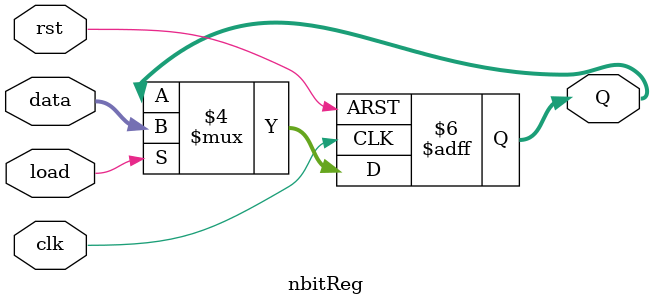
<source format=v>
/*  * Module: nbitReg.v  
* Project: milestone 2  
* Author: laila khashaba -lailakhashaba@aucegypt.edu
jannah soliman- jannahsoliman9@aucegypt.edu
* Description: top module  
*  
* Change history: 10/4/23 - added module 
               
*  **********************************************************************/
module nbitReg#(parameter N=32)(input clk,
input rst,input load, input [N-1:0] data, output reg [N-1:0] Q

    );
    always @(posedge clk or posedge rst)
    begin
    if(rst==1'b1)begin
    Q<= 'b0;end
    else if(load==1'b1)
    begin
    Q<=data;
end
    end
endmodule

</source>
